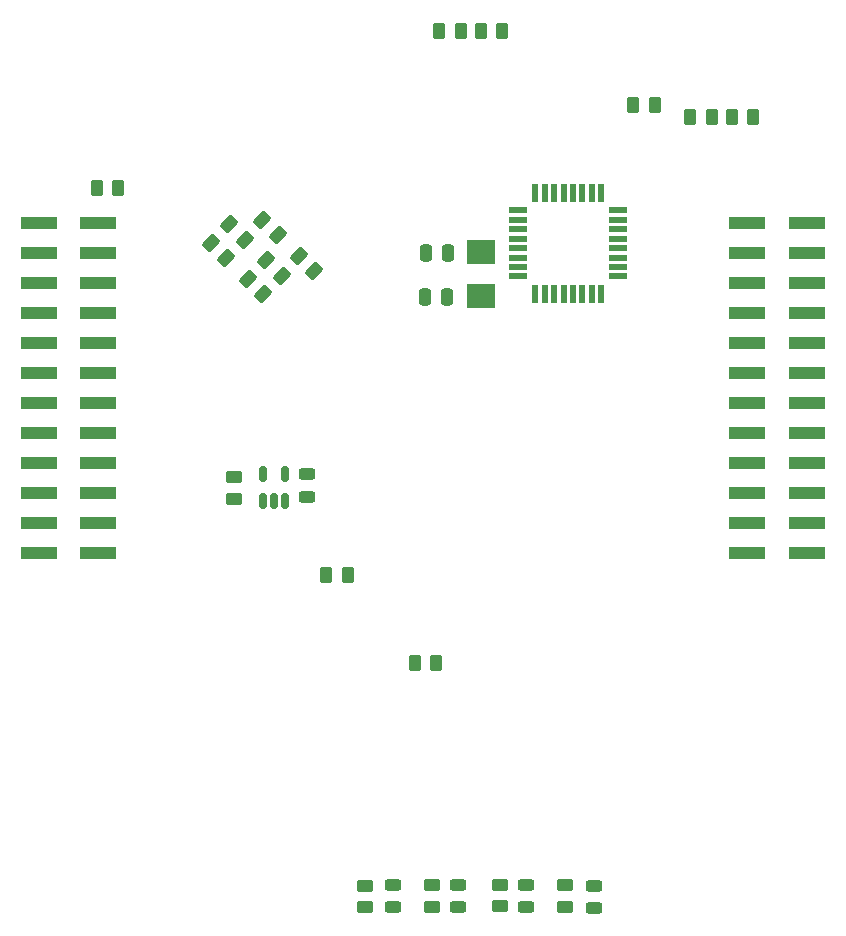
<source format=gbr>
%TF.GenerationSoftware,KiCad,Pcbnew,6.0.1*%
%TF.CreationDate,2022-02-08T14:41:29-06:00*%
%TF.ProjectId,POWER,504f5745-522e-46b6-9963-61645f706362,rev?*%
%TF.SameCoordinates,Original*%
%TF.FileFunction,Paste,Top*%
%TF.FilePolarity,Positive*%
%FSLAX46Y46*%
G04 Gerber Fmt 4.6, Leading zero omitted, Abs format (unit mm)*
G04 Created by KiCad (PCBNEW 6.0.1) date 2022-02-08 14:41:29*
%MOMM*%
%LPD*%
G01*
G04 APERTURE LIST*
G04 Aperture macros list*
%AMRoundRect*
0 Rectangle with rounded corners*
0 $1 Rounding radius*
0 $2 $3 $4 $5 $6 $7 $8 $9 X,Y pos of 4 corners*
0 Add a 4 corners polygon primitive as box body*
4,1,4,$2,$3,$4,$5,$6,$7,$8,$9,$2,$3,0*
0 Add four circle primitives for the rounded corners*
1,1,$1+$1,$2,$3*
1,1,$1+$1,$4,$5*
1,1,$1+$1,$6,$7*
1,1,$1+$1,$8,$9*
0 Add four rect primitives between the rounded corners*
20,1,$1+$1,$2,$3,$4,$5,0*
20,1,$1+$1,$4,$5,$6,$7,0*
20,1,$1+$1,$6,$7,$8,$9,0*
20,1,$1+$1,$8,$9,$2,$3,0*%
G04 Aperture macros list end*
%ADD10RoundRect,0.243750X-0.456250X0.243750X-0.456250X-0.243750X0.456250X-0.243750X0.456250X0.243750X0*%
%ADD11RoundRect,0.243750X0.456250X-0.243750X0.456250X0.243750X-0.456250X0.243750X-0.456250X-0.243750X0*%
%ADD12R,3.150000X1.000000*%
%ADD13RoundRect,0.250000X0.503814X0.132583X0.132583X0.503814X-0.503814X-0.132583X-0.132583X-0.503814X0*%
%ADD14RoundRect,0.250000X0.250000X0.475000X-0.250000X0.475000X-0.250000X-0.475000X0.250000X-0.475000X0*%
%ADD15RoundRect,0.250000X0.450000X-0.262500X0.450000X0.262500X-0.450000X0.262500X-0.450000X-0.262500X0*%
%ADD16RoundRect,0.250000X0.262500X0.450000X-0.262500X0.450000X-0.262500X-0.450000X0.262500X-0.450000X0*%
%ADD17R,1.600000X0.550000*%
%ADD18R,0.550000X1.600000*%
%ADD19RoundRect,0.250000X-0.262500X-0.450000X0.262500X-0.450000X0.262500X0.450000X-0.262500X0.450000X0*%
%ADD20RoundRect,0.250000X-0.450000X0.262500X-0.450000X-0.262500X0.450000X-0.262500X0.450000X0.262500X0*%
%ADD21RoundRect,0.150000X0.150000X-0.512500X0.150000X0.512500X-0.150000X0.512500X-0.150000X-0.512500X0*%
%ADD22R,2.400000X2.000000*%
G04 APERTURE END LIST*
D10*
%TO.C,D5*%
X86490000Y-162002500D03*
X86490000Y-163877500D03*
%TD*%
D11*
%TO.C,D3*%
X80800000Y-163907500D03*
X80800000Y-162032500D03*
%TD*%
D12*
%TO.C,J1*%
X110316000Y-133950000D03*
X105266000Y-133950000D03*
X110316000Y-131410000D03*
X105266000Y-131410000D03*
X110316000Y-128870000D03*
X105266000Y-128870000D03*
X110316000Y-126330000D03*
X105266000Y-126330000D03*
X110316000Y-123790000D03*
X105266000Y-123790000D03*
X110316000Y-121250000D03*
X105266000Y-121250000D03*
X110316000Y-118710000D03*
X105266000Y-118710000D03*
X110316000Y-116170000D03*
X105266000Y-116170000D03*
X110316000Y-113630000D03*
X105266000Y-113630000D03*
X110316000Y-111090000D03*
X105266000Y-111090000D03*
X110316000Y-108550000D03*
X105266000Y-108550000D03*
X110316000Y-106010000D03*
X105266000Y-106010000D03*
%TD*%
D11*
%TO.C,D2*%
X75230000Y-163907500D03*
X75230000Y-162032500D03*
%TD*%
D13*
%TO.C,R3*%
X65836235Y-110425235D03*
X64545765Y-109134765D03*
%TD*%
D14*
%TO.C,C1*%
X79850000Y-112200000D03*
X77950000Y-112200000D03*
%TD*%
D15*
%TO.C,R20*%
X89840000Y-163882500D03*
X89840000Y-162057500D03*
%TD*%
D13*
%TO.C,R10*%
X65481470Y-106970470D03*
X64191000Y-105680000D03*
%TD*%
D16*
%TO.C,R6*%
X102262500Y-97010000D03*
X100437500Y-97010000D03*
%TD*%
D17*
%TO.C,U2*%
X85850000Y-104900000D03*
X85850000Y-105700000D03*
X85850000Y-106500000D03*
X85850000Y-107300000D03*
X85850000Y-108100000D03*
X85850000Y-108900000D03*
X85850000Y-109700000D03*
X85850000Y-110500000D03*
D18*
X87300000Y-111950000D03*
X88100000Y-111950000D03*
X88900000Y-111950000D03*
X89700000Y-111950000D03*
X90500000Y-111950000D03*
X91300000Y-111950000D03*
X92100000Y-111950000D03*
X92900000Y-111950000D03*
D17*
X94350000Y-110500000D03*
X94350000Y-109700000D03*
X94350000Y-108900000D03*
X94350000Y-108100000D03*
X94350000Y-107300000D03*
X94350000Y-106500000D03*
X94350000Y-105700000D03*
X94350000Y-104900000D03*
D18*
X92900000Y-103450000D03*
X92100000Y-103450000D03*
X91300000Y-103450000D03*
X90500000Y-103450000D03*
X89700000Y-103450000D03*
X88900000Y-103450000D03*
X88100000Y-103450000D03*
X87300000Y-103450000D03*
%TD*%
D15*
%TO.C,R16*%
X72930000Y-163912500D03*
X72930000Y-162087500D03*
%TD*%
D10*
%TO.C,D4*%
X92240000Y-162092500D03*
X92240000Y-163967500D03*
%TD*%
D11*
%TO.C,D1*%
X68000000Y-129137500D03*
X68000000Y-127262500D03*
%TD*%
D13*
%TO.C,R2*%
X61136235Y-108925235D03*
X59845765Y-107634765D03*
%TD*%
D19*
%TO.C,R23*%
X95607500Y-96000000D03*
X97432500Y-96000000D03*
%TD*%
D20*
%TO.C,R13*%
X61800000Y-127487500D03*
X61800000Y-129312500D03*
%TD*%
D14*
%TO.C,C2*%
X79950000Y-108500000D03*
X78050000Y-108500000D03*
%TD*%
D19*
%TO.C,R8*%
X82687500Y-89700000D03*
X84512500Y-89700000D03*
%TD*%
D21*
%TO.C,U1*%
X64250000Y-129537500D03*
X65200000Y-129537500D03*
X66150000Y-129537500D03*
X66150000Y-127262500D03*
X64250000Y-127262500D03*
%TD*%
D19*
%TO.C,R22*%
X69587500Y-135800000D03*
X71412500Y-135800000D03*
%TD*%
%TO.C,R7*%
X79187500Y-89700000D03*
X81012500Y-89700000D03*
%TD*%
D13*
%TO.C,R9*%
X68581470Y-110070470D03*
X67291000Y-108780000D03*
%TD*%
%TO.C,R4*%
X62691000Y-107380000D03*
X61400530Y-106089530D03*
%TD*%
D16*
%TO.C,R5*%
X105762500Y-97010000D03*
X103937500Y-97010000D03*
%TD*%
D20*
%TO.C,R21*%
X84310000Y-162017500D03*
X84310000Y-163842500D03*
%TD*%
D22*
%TO.C,Y1*%
X82700000Y-112150000D03*
X82700000Y-108450000D03*
%TD*%
D12*
%TO.C,J3*%
X45266000Y-106010000D03*
X50316000Y-106010000D03*
X45266000Y-108550000D03*
X50316000Y-108550000D03*
X45266000Y-111090000D03*
X50316000Y-111090000D03*
X45266000Y-113630000D03*
X50316000Y-113630000D03*
X45266000Y-116170000D03*
X50316000Y-116170000D03*
X45266000Y-118710000D03*
X50316000Y-118710000D03*
X45266000Y-121250000D03*
X50316000Y-121250000D03*
X45266000Y-123790000D03*
X50316000Y-123790000D03*
X45266000Y-126330000D03*
X50316000Y-126330000D03*
X45266000Y-128870000D03*
X50316000Y-128870000D03*
X45266000Y-131410000D03*
X50316000Y-131410000D03*
X45266000Y-133950000D03*
X50316000Y-133950000D03*
%TD*%
D19*
%TO.C,R15*%
X50187500Y-103000000D03*
X52012500Y-103000000D03*
%TD*%
D15*
%TO.C,R17*%
X78550000Y-163882500D03*
X78550000Y-162057500D03*
%TD*%
D16*
%TO.C,R19*%
X78912500Y-143200000D03*
X77087500Y-143200000D03*
%TD*%
D13*
%TO.C,R1*%
X64236235Y-112025235D03*
X62945765Y-110734765D03*
%TD*%
M02*

</source>
